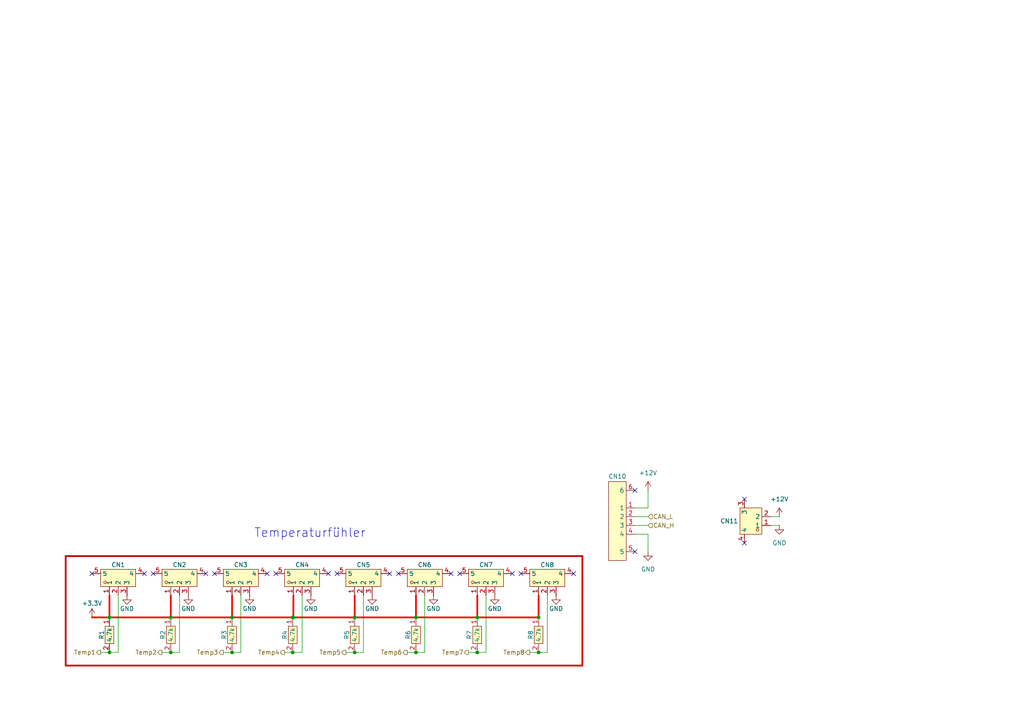
<source format=kicad_sch>
(kicad_sch (version 20250114) (generator "eeschema") (generator_version "9.0")
  (paper "A4")
  (lib_symbols
    (symbol "easyeda2kicad:FRC0603F4701TS" (pin_names (hide yes))
      (property "Reference" "R" (at 0 5.08 0))
      (property "Value" "FRC0603F4701TS" (at 0 -5.08 0))
      (symbol "FRC0603F4701TS_0_1"
        (rectangle (start -2.54 1.27) (end 2.54 -1.27) (fill (type background)))
        (pin unspecified line (at -5.08 0 0) (length 2.54) (name "1") (number "1"))
        (pin unspecified line (at 5.08 0 180) (length 2.54) (name "2") (number "2"))
      )
    )
    (symbol "easyeda2kicad:SM02B-PASS-1-TBT(LF)(SN)"
      (property "Reference" "CN" (at 0 11.43 0))
      (property "Value" "SM02B-PASS-1-TBT(LF)(SN)" (at 0 -11.43 0))
      (symbol "SM02B-PASS-1-TBT(LF)(SN)_0_1"
        (rectangle (start -1.27 3.81) (end 5.08 -3.81) (fill (type background)))
        (circle (center 0 2.54) (radius 0.38))
        (pin unspecified line (at -3.81 1.27 0) (length 2.54) (name "1") (number "1"))
        (pin unspecified line (at -3.81 -1.27 0) (length 2.54) (name "2") (number "2"))
        (pin unspecified line (at 3.81 6.35 270) (length 2.54) (name "4") (number "4"))
        (pin unspecified line (at 3.81 -6.35 90) (length 2.54) (name "3") (number "3"))
      )
    )
    (symbol "easyeda2kicad:SM03B-SRSS-TB(LF)(SN)(P)"
      (property "Reference" "CN" (at 0 12.7 0))
      (property "Value" "SM03B-SRSS-TB(LF)(SN)(P)" (at 0 -12.7 0))
      (symbol "SM03B-SRSS-TB(LF)(SN)(P)_0_1"
        (rectangle (start -2.54 5.08) (end 2.54 -5.08) (fill (type background)))
        (circle (center -1.27 3.81) (radius 0.38))
        (pin unspecified line (at -5.08 2.54 0) (length 2.54) (name "1") (number "1"))
        (pin unspecified line (at -5.08 0 0) (length 2.54) (name "2") (number "2"))
        (pin unspecified line (at -5.08 -2.54 0) (length 2.54) (name "3") (number "3"))
        (pin unspecified line (at 1.27 7.62 270) (length 2.54) (name "5") (number "5"))
        (pin unspecified line (at 1.27 -7.62 90) (length 2.54) (name "4") (number "4"))
      )
    )
    (symbol "easyeda2kicad:SM04B-SRSS-TB(LF)(SN)"
      (property "Reference" "CN" (at 0 8.89 0))
      (property "Value" "SM04B-SRSS-TB (LF)(SN)" (at 0 -1.27 0))
      (symbol "SM04B-SRSS-TB(LF)(SN)_0_1"
        (rectangle (start -11.43 1.27) (end 11.43 -3.81) (fill (type background)))
        (pin unspecified line (at -8.89 3.81 270) (length 2.54) (name "6") (number "6"))
        (pin unspecified line (at -3.81 3.81 270) (length 2.54) (name "1") (number "1"))
        (pin unspecified line (at -1.27 3.81 270) (length 2.54) (name "2") (number "2"))
        (pin unspecified line (at 1.27 3.81 270) (length 2.54) (name "3") (number "3"))
        (pin unspecified line (at 3.81 3.81 270) (length 2.54) (name "4") (number "4"))
        (pin unspecified line (at 8.89 3.81 270) (length 2.54) (name "5") (number "5"))
      )
    )
    (symbol "power:+12V" (power) (pin_numbers (hide yes)) (pin_names (offset 0) (hide yes))
      (property "Value" "+12V" (at 0 3.556 0))
      (symbol "+12V_0_1"
        (polyline (pts (xy -0.762 1.27) (xy 0 2.54)))
        (polyline (pts (xy 0 2.54) (xy 0.762 1.27)))
        (polyline (pts (xy 0 0) (xy 0 2.54)))
      )
      (symbol "+12V_1_1"
        (pin power_in line (at 0 0 90) (length 0) (name "~") (number "1"))
      )
    )
    (symbol "power:+3.3V" (power) (pin_numbers (hide yes)) (pin_names (offset 0) (hide yes))
      (property "Value" "+3.3V" (at 0 3.556 0))
      (symbol "+3.3V_0_1"
        (polyline (pts (xy -0.762 1.27) (xy 0 2.54)))
        (polyline (pts (xy 0 2.54) (xy 0.762 1.27)))
        (polyline (pts (xy 0 0) (xy 0 2.54)))
      )
      (symbol "+3.3V_1_1"
        (pin power_in line (at 0 0 90) (length 0) (name "~") (number "1"))
      )
    )
    (symbol "power:GND" (power) (pin_numbers (hide yes)) (pin_names (offset 0) (hide yes))
      (property "Value" "GND" (at 0 -3.81 0))
      (symbol "GND_0_1"
        (polyline (pts (xy 0 0) (xy 0 -1.27) (xy 1.27 -1.27) (xy 0 -2.54) (xy -1.27 -1.27) (xy 0 -1.27)))
      )
      (symbol "GND_1_1"
        (pin power_in line (at 0 0 270) (length 0) (name "~") (number "1"))
      )
    )
  )
  (rectangle (start 19.05 161.29) (end 168.91 193.04) (stroke (width 0.5) (color 194 0 0 1)))
  (text "Temperaturfühler" (at 89.916 154.686 0) (effects (font (size 2.54 2.54))))
  (junction (at 120.65 179.07))
  (junction (at 102.87 189.23))
  (junction (at 156.21 179.07))
  (junction (at 84.8964 179.07))
  (junction (at 49.53 179.07))
  (junction (at 67.31 189.23))
  (junction (at 31.75 189.23))
  (junction (at 67.31 179.07))
  (junction (at 138.43 189.23))
  (junction (at 102.87 179.07))
  (junction (at 31.75 179.07))
  (junction (at 85.09 179.07))
  (junction (at 84.8964 189.23))
  (junction (at 138.43 179.07))
  (junction (at 156.21 189.23))
  (junction (at 49.53 189.23))
  (junction (at 120.65 189.23))
  (no_connect (at 166.37 166.37))
  (no_connect (at 59.69 166.37))
  (no_connect (at 44.45 166.37))
  (no_connect (at 80.01 166.37))
  (no_connect (at 97.79 166.37))
  (no_connect (at 133.35 166.37))
  (no_connect (at 184.15 142.24))
  (no_connect (at 130.81 166.37))
  (no_connect (at 26.67 166.37))
  (no_connect (at 215.9 144.78))
  (no_connect (at 215.9 157.48))
  (no_connect (at 184.15 160.02))
  (no_connect (at 41.91 166.37))
  (no_connect (at 62.23 166.37))
  (no_connect (at 115.57 166.37))
  (no_connect (at 77.47 166.37))
  (no_connect (at 151.13 166.37))
  (no_connect (at 95.25 166.37))
  (no_connect (at 113.03 166.37))
  (no_connect (at 148.59 166.37))
  (wire (pts (xy 153.67 189.23) (xy 156.21 189.23)))
  (wire (pts (xy 67.31 179.07) (xy 67.31 172.72)) (stroke (width 0.5) (color 255 0 0 1)))
  (wire (pts (xy 31.75 179.07) (xy 26.67 179.07)) (stroke (width 0.5) (color 255 0 0 1)))
  (wire (pts (xy 187.96 154.94) (xy 187.96 160.02)))
  (wire (pts (xy 87.63 172.72) (xy 87.63 189.23)))
  (wire (pts (xy 67.31 179.07) (xy 84.8964 179.07)) (stroke (width 0.5) (color 255 0 0 1)))
  (wire (pts (xy 120.65 189.23) (xy 123.19 189.23)))
  (wire (pts (xy 158.75 189.23) (xy 158.75 172.72)))
  (wire (pts (xy 184.15 149.86) (xy 187.96 149.86)))
  (wire (pts (xy 49.53 172.72) (xy 49.53 179.07)) (stroke (width 0.5) (color 255 0 0 1)))
  (wire (pts (xy 187.96 147.32) (xy 184.15 147.32)))
  (wire (pts (xy 85.09 179.07) (xy 85.09 172.72)) (stroke (width 0.5) (color 255 0 0 1)))
  (wire (pts (xy 102.87 189.23) (xy 105.41 189.23)))
  (wire (pts (xy 31.75 179.07) (xy 49.53 179.07)) (stroke (width 0.5) (color 255 0 0 1)))
  (wire (pts (xy 120.65 179.07) (xy 138.43 179.07)) (stroke (width 0.5) (color 255 0 0 1)))
  (wire (pts (xy 123.19 189.23) (xy 123.19 172.72)))
  (wire (pts (xy 46.99 189.23) (xy 49.53 189.23)))
  (wire (pts (xy 84.8964 189.23) (xy 87.63 189.23)))
  (wire (pts (xy 34.29 172.72) (xy 34.29 189.23)))
  (wire (pts (xy 52.07 172.72) (xy 52.07 189.23)))
  (wire (pts (xy 82.55 189.23) (xy 84.8964 189.23)))
  (wire (pts (xy 67.31 189.23) (xy 69.85 189.23)))
  (wire (pts (xy 105.41 172.72) (xy 105.41 189.23)))
  (wire (pts (xy 31.75 189.23) (xy 34.29 189.23)))
  (wire (pts (xy 140.97 189.23) (xy 140.97 172.72)))
  (wire (pts (xy 118.11 189.23) (xy 120.65 189.23)))
  (wire (pts (xy 69.85 172.72) (xy 69.85 189.23)))
  (wire (pts (xy 120.65 179.07) (xy 120.65 172.72)) (stroke (width 0.5) (color 255 0 0 1)))
  (wire (pts (xy 102.87 179.07) (xy 120.65 179.07)) (stroke (width 0.5) (color 255 0 0 1)))
  (wire (pts (xy 49.53 179.07) (xy 67.31 179.07)) (stroke (width 0.5) (color 255 0 0 1)))
  (wire (pts (xy 156.21 189.23) (xy 158.75 189.23)))
  (wire (pts (xy 184.15 154.94) (xy 187.96 154.94)))
  (wire (pts (xy 138.43 189.23) (xy 140.97 189.23)))
  (wire (pts (xy 187.96 142.24) (xy 187.96 147.32)))
  (wire (pts (xy 85.09 179.07) (xy 102.87 179.07)) (stroke (width 0.5) (color 255 0 0 1)))
  (wire (pts (xy 64.77 189.23) (xy 67.31 189.23)))
  (wire (pts (xy 102.87 179.07) (xy 102.87 172.72)) (stroke (width 0.5) (color 255 0 0 1)))
  (wire (pts (xy 100.33 189.23) (xy 102.87 189.23)))
  (wire (pts (xy 184.15 152.4) (xy 187.96 152.4)))
  (wire (pts (xy 31.75 172.72) (xy 31.75 179.07)) (stroke (width 0.5) (color 255 0 0 1)))
  (wire (pts (xy 29.21 189.23) (xy 31.75 189.23)))
  (wire (pts (xy 135.89 189.23) (xy 138.43 189.23)))
  (wire (pts (xy 156.21 179.07) (xy 156.21 172.72)) (stroke (width 0.5) (color 255 0 0 1)))
  (wire (pts (xy 223.52 152.4) (xy 226.06 152.4)))
  (wire (pts (xy 84.8964 179.07) (xy 85.09 179.07)) (stroke (width 0.5) (color 255 0 0 1)))
  (wire (pts (xy 138.43 179.07) (xy 138.43 172.72)) (stroke (width 0.5) (color 255 0 0 1)))
  (wire (pts (xy 223.52 149.86) (xy 226.06 149.86)))
  (wire (pts (xy 49.53 189.23) (xy 52.07 189.23)))
  (wire (pts (xy 138.43 179.07) (xy 156.21 179.07)) (stroke (width 0.5) (color 255 0 0 1)))
  (hierarchical_label "CAN_L" (shape input) (at 187.96 149.86 0))
  (hierarchical_label "Temp1" (shape output) (at 29.21 189.23 180))
  (hierarchical_label "Temp3" (shape output) (at 64.77 189.23 180))
  (hierarchical_label "Temp8" (shape output) (at 153.67 189.23 180))
  (hierarchical_label "Temp4" (shape output) (at 82.55 189.23 180))
  (hierarchical_label "Temp2" (shape output) (at 46.99 189.23 180))
  (hierarchical_label "Temp7" (shape output) (at 135.89 189.23 180))
  (hierarchical_label "CAN_H" (shape input) (at 187.96 152.4 0))
  (hierarchical_label "Temp5" (shape output) (at 100.33 189.23 180))
  (hierarchical_label "Temp6" (shape output) (at 118.11 189.23 180))
  (symbol (lib_id "power:GND") (at 90.17 172.72 0) (unit 1)
    (property "Reference" "#PWR03" (effects (hide yes)))
    (property "Value" "GND" (at 90.17 176.53 0))
    (property "Description" "Power symbol creates a global label with name \"GND\" , ground" (effects (hide yes)))
  )
  (symbol (lib_id "easyeda2kicad:FRC0603F4701TS") (at 49.53 184.15 270) (unit 1)
    (property "Reference" "R2" (at 47.244 184.15 0))
    (property "Value" "4.7k" (at 49.53 184.15 0))
    (property "Footprint" "easyeda2kicad:R0603" (effects (hide yes)))
    (property "LCSC Part" "C2907034" (effects (hide yes)))
  )
  (symbol (lib_id "easyeda2kicad:FRC0603F4701TS") (at 84.8964 184.15 270) (unit 1)
    (property "Reference" "R4" (at 82.6104 184.15 0))
    (property "Value" "4.7k" (at 84.8964 184.15 0))
    (property "Footprint" "easyeda2kicad:R0603" (effects (hide yes)))
    (property "LCSC Part" "C2907034" (effects (hide yes)))
  )
  (symbol (lib_id "power:GND") (at 54.61 172.72 0) (unit 1)
    (property "Reference" "#PWR01" (effects (hide yes)))
    (property "Value" "GND" (at 54.61 176.53 0))
    (property "Description" "Power symbol creates a global label with name \"GND\" , ground" (effects (hide yes)))
  )
  (symbol (lib_id "easyeda2kicad:FRC0603F4701TS") (at 138.43 184.15 270) (unit 1)
    (property "Reference" "R7" (at 136.144 184.15 0))
    (property "Value" "4.7k" (at 138.43 184.15 0))
    (property "Footprint" "easyeda2kicad:R0603" (effects (hide yes)))
    (property "LCSC Part" "C2907034" (effects (hide yes)))
  )
  (symbol (lib_id "power:GND") (at 143.51 172.72 0) (unit 1)
    (property "Reference" "#PWR06" (effects (hide yes)))
    (property "Value" "GND" (at 143.51 176.53 0))
    (property "Description" "Power symbol creates a global label with name \"GND\" , ground" (effects (hide yes)))
  )
  (symbol (lib_id "power:GND") (at 107.95 172.72 0) (unit 1)
    (property "Reference" "#PWR04" (effects (hide yes)))
    (property "Value" "GND" (at 107.95 176.53 0))
    (property "Description" "Power symbol creates a global label with name \"GND\" , ground" (effects (hide yes)))
  )
  (symbol (lib_id "easyeda2kicad:SM03B-SRSS-TB(LF)(SN)(P)") (at 158.75 167.64 90) (unit 1)
    (property "Reference" "CN8" (at 158.75 163.83 90))
    (property "Value" "SM03B-SRSS-TB(LF)(SN)(P)" (effects (hide yes)))
    (property "Footprint" "easyeda2kicad:CONN-SMD_SM03B-SRSS-TB-LF-SN-P" (effects (hide yes)))
    (property "Datasheet" "https://lcsc.com/product-detail/Others_JST-Sales-America__JST-Sales-America-SM03B-SRSS-TB-LF-SN-P_C160403.html" (effects (hide yes)))
    (property "LCSC Part" "C160403" (effects (hide yes)))
  )
  (symbol (lib_id "power:+3.3V") (at 26.67 179.07 0) (mirror y) (unit 1)
    (property "Reference" "#PWR09" (effects (hide yes)))
    (property "Value" "+3.3V" (at 26.67 175.006 0))
    (property "Description" "Power symbol creates a global label with name \"+3.3V\"" (effects (hide yes)))
  )
  (symbol (lib_id "easyeda2kicad:SM03B-SRSS-TB(LF)(SN)(P)") (at 69.85 167.64 90) (unit 1)
    (property "Reference" "CN3" (at 69.85 163.83 90))
    (property "Value" "SM03B-SRSS-TB(LF)(SN)(P)" (effects (hide yes)))
    (property "Footprint" "easyeda2kicad:CONN-SMD_SM03B-SRSS-TB-LF-SN-P" (effects (hide yes)))
    (property "Datasheet" "https://lcsc.com/product-detail/Others_JST-Sales-America__JST-Sales-America-SM03B-SRSS-TB-LF-SN-P_C160403.html" (effects (hide yes)))
    (property "LCSC Part" "C160403" (effects (hide yes)))
  )
  (symbol (lib_id "power:GND") (at 125.73 172.72 0) (unit 1)
    (property "Reference" "#PWR05" (effects (hide yes)))
    (property "Value" "GND" (at 125.73 176.53 0))
    (property "Description" "Power symbol creates a global label with name \"GND\" , ground" (effects (hide yes)))
  )
  (symbol (lib_id "easyeda2kicad:SM03B-SRSS-TB(LF)(SN)(P)") (at 140.97 167.64 90) (unit 1)
    (property "Reference" "CN7" (at 140.97 163.83 90))
    (property "Value" "SM03B-SRSS-TB(LF)(SN)(P)" (effects (hide yes)))
    (property "Footprint" "easyeda2kicad:CONN-SMD_SM03B-SRSS-TB-LF-SN-P" (effects (hide yes)))
    (property "Datasheet" "https://lcsc.com/product-detail/Others_JST-Sales-America__JST-Sales-America-SM03B-SRSS-TB-LF-SN-P_C160403.html" (effects (hide yes)))
    (property "LCSC Part" "C160403" (effects (hide yes)))
  )
  (symbol (lib_id "power:GND") (at 72.39 172.72 0) (unit 1)
    (property "Reference" "#PWR019" (effects (hide yes)))
    (property "Value" "GND" (at 72.39 176.53 0))
    (property "Description" "Power symbol creates a global label with name \"GND\" , ground" (effects (hide yes)))
  )
  (symbol (lib_id "easyeda2kicad:SM03B-SRSS-TB(LF)(SN)(P)") (at 105.41 167.64 90) (unit 1)
    (property "Reference" "CN5" (at 105.41 163.83 90))
    (property "Value" "SM03B-SRSS-TB(LF)(SN)(P)" (effects (hide yes)))
    (property "Footprint" "easyeda2kicad:CONN-SMD_SM03B-SRSS-TB-LF-SN-P" (effects (hide yes)))
    (property "Datasheet" "https://lcsc.com/product-detail/Others_JST-Sales-America__JST-Sales-America-SM03B-SRSS-TB-LF-SN-P_C160403.html" (effects (hide yes)))
    (property "LCSC Part" "C160403" (effects (hide yes)))
  )
  (symbol (lib_id "power:GND") (at 161.29 172.72 0) (unit 1)
    (property "Reference" "#PWR07" (effects (hide yes)))
    (property "Value" "GND" (at 161.29 176.53 0))
    (property "Description" "Power symbol creates a global label with name \"GND\" , ground" (effects (hide yes)))
  )
  (symbol (lib_id "easyeda2kicad:SM03B-SRSS-TB(LF)(SN)(P)") (at 123.19 167.64 90) (unit 1)
    (property "Reference" "CN6" (at 123.19 163.83 90))
    (property "Value" "SM03B-SRSS-TB(LF)(SN)(P)" (effects (hide yes)))
    (property "Footprint" "easyeda2kicad:CONN-SMD_SM03B-SRSS-TB-LF-SN-P" (effects (hide yes)))
    (property "Datasheet" "https://lcsc.com/product-detail/Others_JST-Sales-America__JST-Sales-America-SM03B-SRSS-TB-LF-SN-P_C160403.html" (effects (hide yes)))
    (property "LCSC Part" "C160403" (effects (hide yes)))
  )
  (symbol (lib_id "easyeda2kicad:FRC0603F4701TS") (at 156.21 184.15 270) (unit 1)
    (property "Reference" "R8" (at 153.924 184.15 0))
    (property "Value" "4.7k" (at 156.21 184.15 0))
    (property "Footprint" "easyeda2kicad:R0603" (effects (hide yes)))
    (property "LCSC Part" "C2907034" (effects (hide yes)))
  )
  (symbol (lib_id "power:GND") (at 226.06 152.4 0) (unit 1)
    (property "Reference" "#PWR011" (effects (hide yes)))
    (property "Value" "GND" (at 226.06 157.48 0))
    (property "Description" "Power symbol creates a global label with name \"GND\" , ground" (effects (hide yes)))
  )
  (symbol (lib_id "easyeda2kicad:FRC0603F4701TS") (at 102.87 184.15 270) (unit 1)
    (property "Reference" "R5" (at 100.584 184.15 0))
    (property "Value" "4.7k" (at 102.87 184.15 0))
    (property "Footprint" "easyeda2kicad:R0603" (effects (hide yes)))
    (property "LCSC Part" "C2907034" (effects (hide yes)))
  )
  (symbol (lib_id "easyeda2kicad:SM02B-PASS-1-TBT(LF)(SN)") (at 219.71 151.13 180) (unit 1)
    (property "Reference" "CN11" (at 214.122 151.13 0) (effects (justify left)))
    (property "Value" "SM02B-PASS-1-TBT(LF)(SN)" (effects (hide yes)))
    (property "Footprint" "easyeda2kicad:CONN-SMD_SM02B-PASS-1-TBT-LF-SN" (effects (hide yes)))
    (property "Datasheet" "https://lcsc.com/product-detail/_JST-Sales-America_SM02B-PASS-1-TBT-LF-SN_JST-Sales-America-SM02B-PASS-1-TBT-LF-SN_C265416.html" (effects (hide yes)))
    (property "LCSC Part" "C265416" (effects (hide yes)))
  )
  (symbol (lib_id "easyeda2kicad:SM03B-SRSS-TB(LF)(SN)(P)") (at 34.29 167.64 90) (unit 1)
    (property "Reference" "CN1" (at 34.29 163.83 90))
    (property "Value" "SM03B-SRSS-TB(LF)(SN)(P)" (effects (hide yes)))
    (property "Footprint" "easyeda2kicad:CONN-SMD_SM03B-SRSS-TB-LF-SN-P" (effects (hide yes)))
    (property "Datasheet" "https://lcsc.com/product-detail/Others_JST-Sales-America__JST-Sales-America-SM03B-SRSS-TB-LF-SN-P_C160403.html" (effects (hide yes)))
    (property "LCSC Part" "C160403" (effects (hide yes)))
  )
  (symbol (lib_id "easyeda2kicad:FRC0603F4701TS") (at 31.75 184.15 270) (unit 1)
    (property "Reference" "R1" (at 29.464 184.15 0))
    (property "Value" "4.7k" (at 31.75 184.15 0))
    (property "Footprint" "easyeda2kicad:R0603" (effects (hide yes)))
    (property "LCSC Part" "C2907034" (effects (hide yes)))
  )
  (symbol (lib_id "easyeda2kicad:SM03B-SRSS-TB(LF)(SN)(P)") (at 87.63 167.64 90) (unit 1)
    (property "Reference" "CN4" (at 87.63 163.83 90))
    (property "Value" "SM03B-SRSS-TB(LF)(SN)(P)" (effects (hide yes)))
    (property "Footprint" "easyeda2kicad:CONN-SMD_SM03B-SRSS-TB-LF-SN-P" (effects (hide yes)))
    (property "Datasheet" "https://lcsc.com/product-detail/Others_JST-Sales-America__JST-Sales-America-SM03B-SRSS-TB-LF-SN-P_C160403.html" (effects (hide yes)))
    (property "LCSC Part" "C160403" (effects (hide yes)))
  )
  (symbol (lib_id "power:GND") (at 36.83 172.72 0) (unit 1)
    (property "Reference" "#PWR02" (effects (hide yes)))
    (property "Value" "GND" (at 36.83 176.53 0))
    (property "Description" "Power symbol creates a global label with name \"GND\" , ground" (effects (hide yes)))
  )
  (symbol (lib_id "easyeda2kicad:FRC0603F4701TS") (at 120.65 184.15 270) (unit 1)
    (property "Reference" "R6" (at 118.364 184.15 0))
    (property "Value" "4.7k" (at 120.65 184.15 0))
    (property "Footprint" "easyeda2kicad:R0603" (effects (hide yes)))
    (property "LCSC Part" "C2907034" (effects (hide yes)))
  )
  (symbol (lib_id "power:+12V") (at 226.06 149.86 0) (unit 1)
    (property "Reference" "#PWR012" (effects (hide yes)))
    (property "Value" "+12V" (at 226.06 144.78 0))
    (property "Description" "Power symbol creates a global label with name \"+12V\"" (effects (hide yes)))
  )
  (symbol (lib_id "power:+12V") (at 187.96 142.24 0) (unit 1)
    (property "Reference" "#PWR08" (effects (hide yes)))
    (property "Value" "+12V" (at 187.96 137.16 0))
    (property "Description" "Power symbol creates a global label with name \"+12V\"" (effects (hide yes)))
  )
  (symbol (lib_id "easyeda2kicad:SM03B-SRSS-TB(LF)(SN)(P)") (at 52.07 167.64 90) (unit 1)
    (property "Reference" "CN2" (at 52.07 163.83 90))
    (property "Value" "SM03B-SRSS-TB(LF)(SN)(P)" (effects (hide yes)))
    (property "Footprint" "easyeda2kicad:CONN-SMD_SM03B-SRSS-TB-LF-SN-P" (effects (hide yes)))
    (property "Datasheet" "https://lcsc.com/product-detail/Others_JST-Sales-America__JST-Sales-America-SM03B-SRSS-TB-LF-SN-P_C160403.html" (effects (hide yes)))
    (property "LCSC Part" "C160403" (effects (hide yes)))
  )
  (symbol (lib_id "power:GND") (at 187.96 160.02 0) (unit 1)
    (property "Reference" "#PWR013" (effects (hide yes)))
    (property "Value" "GND" (at 187.96 165.1 0))
    (property "Description" "Power symbol creates a global label with name \"GND\" , ground" (effects (hide yes)))
  )
  (symbol (lib_id "easyeda2kicad:FRC0603F4701TS") (at 67.31 184.15 270) (unit 1)
    (property "Reference" "R3" (at 65.024 184.15 0))
    (property "Value" "4.7k" (at 67.31 184.15 0))
    (property "Footprint" "easyeda2kicad:R0603" (effects (hide yes)))
    (property "LCSC Part" "C2907034" (effects (hide yes)))
  )
  (symbol (lib_id "easyeda2kicad:SM04B-SRSS-TB(LF)(SN)") (at 180.34 151.13 270) (unit 1)
    (property "Reference" "CN10" (at 179.07 138.176 90))
    (property "Value" "SM04B-SRSS-TB (LF)(SN)" (effects (hide yes)))
    (property "Footprint" "easyeda2kicad:CONN-SMD_4P-P1.00_SM04B-SRSS-TB-LF-SN" (effects (hide yes)))
    (property "Datasheet" "https://lcsc.com/product-detail/Others_JST-Sales-America__JST-Sales-America-SM04B-SRSS-TB-LF-SN_C160404.html" (effects (hide yes)))
    (property "LCSC Part" "C160404" (effects (hide yes)))
  )
)
</source>
